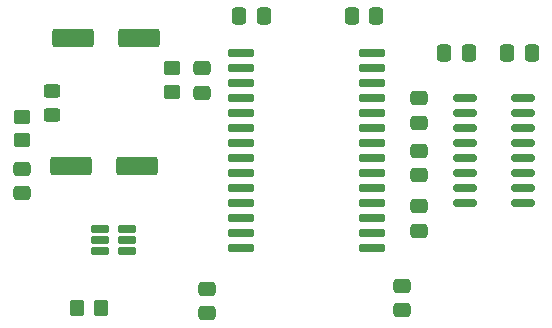
<source format=gtp>
G04 #@! TF.GenerationSoftware,KiCad,Pcbnew,8.0.3+1*
G04 #@! TF.CreationDate,2024-07-17T12:21:26-06:00*
G04 #@! TF.ProjectId,CH375_Serial,43483337-355f-4536-9572-69616c2e6b69,rev?*
G04 #@! TF.SameCoordinates,Original*
G04 #@! TF.FileFunction,Paste,Top*
G04 #@! TF.FilePolarity,Positive*
%FSLAX46Y46*%
G04 Gerber Fmt 4.6, Leading zero omitted, Abs format (unit mm)*
G04 Created by KiCad (PCBNEW 8.0.3+1) date 2024-07-17 12:21:26*
%MOMM*%
%LPD*%
G01*
G04 APERTURE LIST*
G04 Aperture macros list*
%AMRoundRect*
0 Rectangle with rounded corners*
0 $1 Rounding radius*
0 $2 $3 $4 $5 $6 $7 $8 $9 X,Y pos of 4 corners*
0 Add a 4 corners polygon primitive as box body*
4,1,4,$2,$3,$4,$5,$6,$7,$8,$9,$2,$3,0*
0 Add four circle primitives for the rounded corners*
1,1,$1+$1,$2,$3*
1,1,$1+$1,$4,$5*
1,1,$1+$1,$6,$7*
1,1,$1+$1,$8,$9*
0 Add four rect primitives between the rounded corners*
20,1,$1+$1,$2,$3,$4,$5,0*
20,1,$1+$1,$4,$5,$6,$7,0*
20,1,$1+$1,$6,$7,$8,$9,0*
20,1,$1+$1,$8,$9,$2,$3,0*%
G04 Aperture macros list end*
%ADD10RoundRect,0.250000X-1.500000X-0.550000X1.500000X-0.550000X1.500000X0.550000X-1.500000X0.550000X0*%
%ADD11RoundRect,0.250000X-0.475000X0.337500X-0.475000X-0.337500X0.475000X-0.337500X0.475000X0.337500X0*%
%ADD12RoundRect,0.250000X0.475000X-0.337500X0.475000X0.337500X-0.475000X0.337500X-0.475000X-0.337500X0*%
%ADD13RoundRect,0.150000X-0.825000X-0.150000X0.825000X-0.150000X0.825000X0.150000X-0.825000X0.150000X0*%
%ADD14RoundRect,0.250000X-0.337500X-0.475000X0.337500X-0.475000X0.337500X0.475000X-0.337500X0.475000X0*%
%ADD15RoundRect,0.150000X-0.650000X-0.150000X0.650000X-0.150000X0.650000X0.150000X-0.650000X0.150000X0*%
%ADD16RoundRect,0.250000X0.450000X-0.350000X0.450000X0.350000X-0.450000X0.350000X-0.450000X-0.350000X0*%
%ADD17RoundRect,0.150000X-0.987500X-0.150000X0.987500X-0.150000X0.987500X0.150000X-0.987500X0.150000X0*%
%ADD18RoundRect,0.250000X0.350000X0.450000X-0.350000X0.450000X-0.350000X-0.450000X0.350000X-0.450000X0*%
%ADD19RoundRect,0.250000X-0.450000X0.325000X-0.450000X-0.325000X0.450000X-0.325000X0.450000X0.325000X0*%
%ADD20RoundRect,0.250000X-0.450000X0.350000X-0.450000X-0.350000X0.450000X-0.350000X0.450000X0.350000X0*%
G04 APERTURE END LIST*
D10*
X138805000Y-73660000D03*
X144405000Y-73660000D03*
X138965000Y-62865000D03*
X144565000Y-62865000D03*
D11*
X150342500Y-84052500D03*
X150342500Y-86127500D03*
D12*
X166852500Y-85895000D03*
X166852500Y-83820000D03*
D13*
X172150000Y-67945000D03*
X172150000Y-69215000D03*
X172150000Y-70485000D03*
X172150000Y-71755000D03*
X172150000Y-73025000D03*
X172150000Y-74295000D03*
X172150000Y-75565000D03*
X172150000Y-76835000D03*
X177100000Y-76835000D03*
X177100000Y-75565000D03*
X177100000Y-74295000D03*
X177100000Y-73025000D03*
X177100000Y-71755000D03*
X177100000Y-70485000D03*
X177100000Y-69215000D03*
X177100000Y-67945000D03*
D12*
X168275000Y-74465000D03*
X168275000Y-72390000D03*
X168275000Y-79142500D03*
X168275000Y-77067500D03*
D11*
X149860000Y-65405000D03*
X149860000Y-67480000D03*
D14*
X153035000Y-60960000D03*
X155110000Y-60960000D03*
D11*
X134620000Y-73892500D03*
X134620000Y-75967500D03*
D15*
X141250000Y-78965000D03*
X141250000Y-79915000D03*
X141250000Y-80865000D03*
X143550000Y-80865000D03*
X143550000Y-79915000D03*
X143550000Y-78965000D03*
D14*
X175725000Y-64135000D03*
X177800000Y-64135000D03*
D12*
X168275000Y-70020000D03*
X168275000Y-67945000D03*
D14*
X170412500Y-64135000D03*
X172487500Y-64135000D03*
D16*
X147320000Y-67405000D03*
X147320000Y-65405000D03*
D17*
X153187500Y-64135000D03*
X153187500Y-65405000D03*
X153187500Y-66675000D03*
X153187500Y-67945000D03*
X153187500Y-69215000D03*
X153187500Y-70485000D03*
X153187500Y-71755000D03*
X153187500Y-73025000D03*
X153187500Y-74295000D03*
X153187500Y-75565000D03*
X153187500Y-76835000D03*
X153187500Y-78105000D03*
X153187500Y-79375000D03*
X153187500Y-80645000D03*
X164312500Y-80645000D03*
X164312500Y-79375000D03*
X164312500Y-78105000D03*
X164312500Y-76835000D03*
X164312500Y-75565000D03*
X164312500Y-74295000D03*
X164312500Y-73025000D03*
X164312500Y-71755000D03*
X164312500Y-70485000D03*
X164312500Y-69215000D03*
X164312500Y-67945000D03*
X164312500Y-66675000D03*
X164312500Y-65405000D03*
X164312500Y-64135000D03*
D18*
X141335000Y-85725000D03*
X139335000Y-85725000D03*
D19*
X137160000Y-67301000D03*
X137160000Y-69351000D03*
D20*
X134620000Y-69485000D03*
X134620000Y-71485000D03*
D14*
X162560000Y-60960000D03*
X164635000Y-60960000D03*
M02*

</source>
